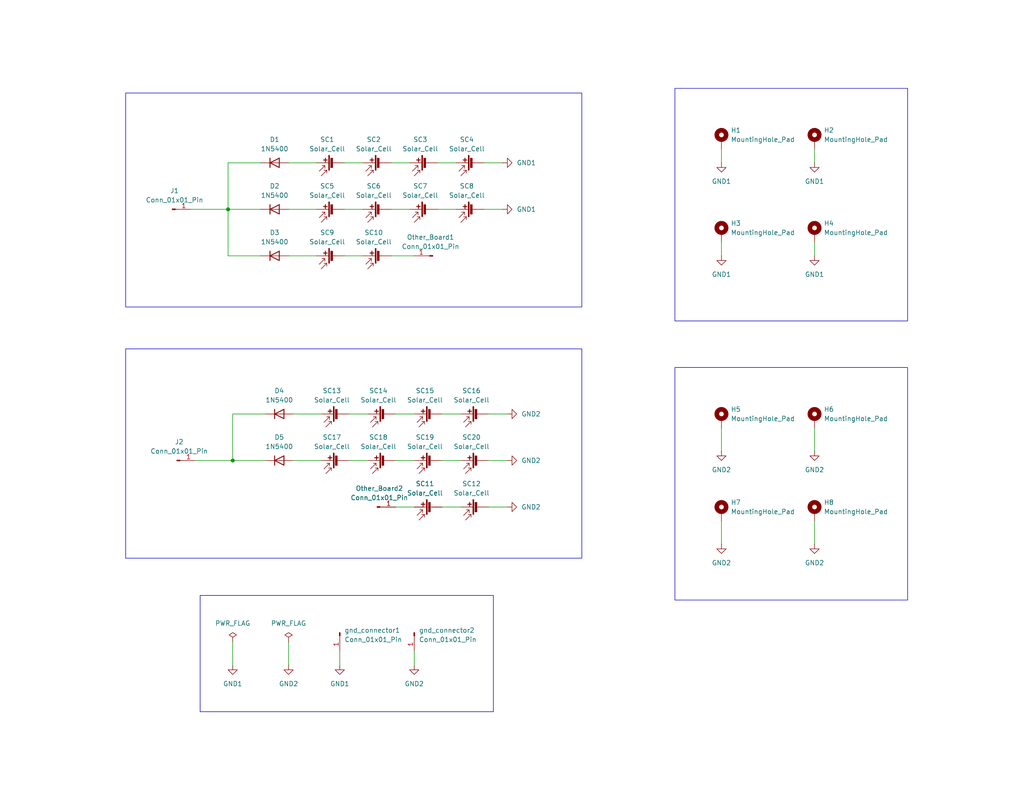
<source format=kicad_sch>
(kicad_sch (version 20250114) (generator "eeschema") (generator_version "9.0")
  (paper "A")
  (lib_symbols
    (symbol "Connector:Conn_01x01_Pin" (pin_names (offset 1.016) (hide yes))
      (property "Reference" "J" (at 0 2.54 0))
      (property "Value" "Conn_01x01_Pin" (at 0 -2.54 0))
      (symbol "Conn_01x01_Pin_1_1"
        (rectangle (start 0.8636 0.127) (end 0 -0.127) (stroke (width 0.1524)) (fill (type outline)))
        (polyline (pts (xy 1.27 0) (xy 0.8636 0)) (stroke (width 0.1524)))
        (pin passive line (at 5.08 0 180) (length 3.81) (name "Pin_1") (number "1"))
      )
    )
    (symbol "Device:IXOLAR" (pin_numbers (hide yes)) (pin_names (offset 0) (hide yes))
      (property "Reference" "SC" (at 2.54 2.54 0))
      (property "Value" "Solar_Cell" (at 2.54 0 0))
      (symbol "IXOLAR_0_1"
        (polyline (pts (xy -2.032 3.048) (xy -2.032 2.286) (xy -2.794 2.286)))
        (polyline (pts (xy -2.032 2.286) (xy -3.556 3.81)))
        (rectangle (start -2.032 1.778) (end 2.032 1.524) (fill (type outline)))
        (rectangle (start -1.3208 1.1938) (end 1.27 0.6858) (fill (type outline)))
        (polyline (pts (xy -0.762 3.556) (xy -0.762 2.794) (xy -1.524 2.794)))
        (polyline (pts (xy -0.762 2.794) (xy -2.286 4.318)))
        (polyline (pts (xy 0 1.778) (xy 0 2.54)))
        (polyline (pts (xy 0 0.762) (xy 0 0)))
        (polyline (pts (xy 0.254 2.667) (xy 1.27 2.667)) (stroke (width 0.254)))
        (polyline (pts (xy 0.762 3.175) (xy 0.762 2.159)) (stroke (width 0.254)))
      )
      (symbol "IXOLAR_1_1"
        (pin passive line (at 0 5.08 270) (length 2.54) (name "+") (number "1"))
        (pin passive line (at 0 -2.54 90) (length 2.54) (name "-") (number "2"))
      )
    )
    (symbol "Diode:1N5400" (pin_numbers (hide yes)) (pin_names (hide yes))
      (property "Reference" "D" (at 0 2.54 0))
      (property "Value" "1N5400" (at 0 -2.54 0))
      (symbol "1N5400_0_1"
        (polyline (pts (xy -1.27 1.27) (xy -1.27 -1.27)) (stroke (width 0.254)))
        (polyline (pts (xy 1.27 1.27) (xy 1.27 -1.27) (xy -1.27 0) (xy 1.27 1.27)) (stroke (width 0.254)))
        (polyline (pts (xy 1.27 0) (xy -1.27 0)))
      )
      (symbol "1N5400_1_1"
        (pin passive line (at -3.81 0 0) (length 2.54) (name "K") (number "1"))
        (pin passive line (at 3.81 0 180) (length 2.54) (name "A") (number "2"))
      )
    )
    (symbol "Mechanical:MountingHole_Pad" (pin_numbers (hide yes)) (pin_names (offset 1.016) (hide yes)) (in_bom no)
      (property "Reference" "H" (at 0 6.35 0))
      (property "Value" "MountingHole_Pad" (at 0 4.445 0))
      (symbol "MountingHole_Pad_0_1"
        (circle (center 0 1.27) (radius 1.27) (stroke (width 1.27)))
      )
      (symbol "MountingHole_Pad_1_1"
        (pin input line (at 0 -2.54 90) (length 2.54) (name "1") (number "1"))
      )
    )
    (symbol "power:GND1" (power) (pin_numbers (hide yes)) (pin_names (offset 0) (hide yes))
      (property "Value" "GND1" (at 0 -3.81 0))
      (symbol "GND1_0_1"
        (polyline (pts (xy 0 0) (xy 0 -1.27) (xy 1.27 -1.27) (xy 0 -2.54) (xy -1.27 -1.27) (xy 0 -1.27)))
      )
      (symbol "GND1_1_1"
        (pin power_in line (at 0 0 270) (length 0) (name "~") (number "1"))
      )
    )
    (symbol "power:GND2" (power) (pin_numbers (hide yes)) (pin_names (offset 0) (hide yes))
      (property "Value" "GND2" (at 0 -3.81 0))
      (symbol "GND2_0_1"
        (polyline (pts (xy 0 0) (xy 0 -1.27) (xy 1.27 -1.27) (xy 0 -2.54) (xy -1.27 -1.27) (xy 0 -1.27)))
      )
      (symbol "GND2_1_1"
        (pin power_in line (at 0 0 270) (length 0) (name "~") (number "1"))
      )
    )
    (symbol "power:PWR_FLAG" (power) (pin_numbers (hide yes)) (pin_names (offset 0) (hide yes))
      (property "Value" "PWR_FLAG" (at 0 3.81 0))
      (symbol "PWR_FLAG_0_0"
        (pin power_out line (at 0 0 90) (length 0) (name "~") (number "1"))
      )
      (symbol "PWR_FLAG_0_1"
        (polyline (pts (xy 0 0) (xy 0 1.27) (xy -1.016 1.905) (xy 0 2.54) (xy 1.016 1.905) (xy 0 1.27)))
      )
    )
  )
  (rectangle (start 34.29 25.4) (end 158.75 83.82))
  (rectangle (start 54.61 162.56) (end 134.62 194.31))
  (rectangle (start 184.15 100.33) (end 247.65 163.83))
  (rectangle (start 34.29 95.25) (end 158.75 152.4))
  (rectangle (start 184.15 24.13) (end 247.65 87.63))
  (junction (at 63.5 125.73))
  (junction (at 62.23 57.15))
  (wire (pts (xy 106.68 44.45) (xy 111.76 44.45)))
  (wire (pts (xy 222.25 142.24) (xy 222.25 148.59)))
  (wire (pts (xy 196.85 66.04) (xy 196.85 69.85)))
  (wire (pts (xy 196.85 40.64) (xy 196.85 44.45)))
  (wire (pts (xy 133.35 138.43) (xy 138.43 138.43)))
  (wire (pts (xy 93.98 57.15) (xy 99.06 57.15)))
  (wire (pts (xy 78.74 175.26) (xy 78.74 181.61)))
  (wire (pts (xy 62.23 69.85) (xy 71.12 69.85)))
  (wire (pts (xy 63.5 125.73) (xy 72.39 125.73)))
  (wire (pts (xy 95.25 113.03) (xy 100.33 113.03)))
  (wire (pts (xy 78.74 57.15) (xy 86.36 57.15)))
  (wire (pts (xy 86.36 44.45) (xy 78.74 44.45)))
  (wire (pts (xy 87.63 113.03) (xy 80.01 113.03)))
  (wire (pts (xy 133.35 125.73) (xy 138.43 125.73)))
  (wire (pts (xy 62.23 44.45) (xy 62.23 57.15)))
  (wire (pts (xy 63.5 113.03) (xy 63.5 125.73)))
  (wire (pts (xy 62.23 57.15) (xy 62.23 69.85)))
  (wire (pts (xy 52.07 57.15) (xy 62.23 57.15)))
  (wire (pts (xy 132.08 57.15) (xy 137.16 57.15)))
  (wire (pts (xy 95.25 125.73) (xy 100.33 125.73)))
  (wire (pts (xy 222.25 40.64) (xy 222.25 44.45)))
  (wire (pts (xy 120.65 125.73) (xy 125.73 125.73)))
  (wire (pts (xy 120.65 138.43) (xy 125.73 138.43)))
  (wire (pts (xy 196.85 142.24) (xy 196.85 148.59)))
  (wire (pts (xy 107.95 113.03) (xy 113.03 113.03)))
  (wire (pts (xy 62.23 57.15) (xy 71.12 57.15)))
  (wire (pts (xy 222.25 66.04) (xy 222.25 69.85)))
  (wire (pts (xy 107.95 138.43) (xy 113.03 138.43)))
  (wire (pts (xy 196.85 116.84) (xy 196.85 123.19)))
  (wire (pts (xy 80.01 125.73) (xy 87.63 125.73)))
  (wire (pts (xy 120.65 113.03) (xy 125.73 113.03)))
  (wire (pts (xy 106.68 57.15) (xy 111.76 57.15)))
  (wire (pts (xy 132.08 44.45) (xy 137.16 44.45)))
  (wire (pts (xy 78.74 69.85) (xy 86.36 69.85)))
  (wire (pts (xy 92.71 177.8) (xy 92.71 181.61)))
  (wire (pts (xy 119.38 44.45) (xy 124.46 44.45)))
  (wire (pts (xy 72.39 113.03) (xy 63.5 113.03)))
  (wire (pts (xy 63.5 175.26) (xy 63.5 181.61)))
  (wire (pts (xy 113.03 177.8) (xy 113.03 181.61)))
  (wire (pts (xy 222.25 116.84) (xy 222.25 123.19)))
  (wire (pts (xy 93.98 44.45) (xy 99.06 44.45)))
  (wire (pts (xy 106.68 69.85) (xy 113.03 69.85)))
  (wire (pts (xy 93.98 69.85) (xy 99.06 69.85)))
  (wire (pts (xy 133.35 113.03) (xy 138.43 113.03)))
  (wire (pts (xy 107.95 125.73) (xy 113.03 125.73)))
  (wire (pts (xy 119.38 57.15) (xy 124.46 57.15)))
  (wire (pts (xy 71.12 44.45) (xy 62.23 44.45)))
  (wire (pts (xy 53.34 125.73) (xy 63.5 125.73)))
  (symbol (lib_id "power:GND2") (at 113.03 181.61 0) (unit 1)
    (property "Reference" "#PWR010" (effects (hide yes)))
    (property "Value" "GND2" (at 113.03 186.69 0))
    (property "Description" "Power symbol creates a global label with name \"GND2\" , ground" (effects (hide yes)))
  )
  (symbol (lib_id "Device:IXOLAR") (at 130.81 138.43 90) (unit 1)
    (property "Reference" "SC12" (at 128.651 132.08 90))
    (property "Value" "Solar_Cell" (at 128.651 134.62 90))
    (property "Footprint" "solar_cells:XOLAR_SM401K08TF" (effects (hide yes)))
    (property "Datasheet" "kicad-embed://SM401K08TF DATA SHEET 202105.pdf" (effects (hide yes)))
    (property "Description" "Single solar cell" (effects (hide yes)))
  )
  (symbol (lib_id "power:GND1") (at 222.25 69.85 0) (unit 1)
    (property "Reference" "#PWR013" (effects (hide yes)))
    (property "Value" "GND1" (at 222.25 74.93 0))
    (property "Description" "Power symbol creates a global label with name \"GND1\" , ground" (effects (hide yes)))
  )
  (symbol (lib_id "power:GND1") (at 137.16 57.15 90) (unit 1)
    (property "Reference" "#PWR03" (effects (hide yes)))
    (property "Value" "GND1" (at 140.97 57.1499 90) (effects (justify right)))
    (property "Description" "Power symbol creates a global label with name \"GND1\" , ground" (effects (hide yes)))
  )
  (symbol (lib_id "Device:IXOLAR") (at 104.14 69.85 90) (unit 1)
    (property "Reference" "SC10" (at 101.981 63.5 90))
    (property "Value" "Solar_Cell" (at 101.981 66.04 90))
    (property "Footprint" "solar_cells:XOLAR_SM401K08TF" (effects (hide yes)))
    (property "Datasheet" "kicad-embed://SM401K08TF DATA SHEET 202105.pdf" (effects (hide yes)))
    (property "Description" "Single solar cell" (effects (hide yes)))
  )
  (symbol (lib_id "power:GND2") (at 196.85 148.59 0) (unit 1)
    (property "Reference" "#PWR016" (effects (hide yes)))
    (property "Value" "GND2" (at 196.85 153.67 0))
    (property "Description" "Power symbol creates a global label with name \"GND2\" , ground" (effects (hide yes)))
  )
  (symbol (lib_id "Device:IXOLAR") (at 104.14 57.15 90) (unit 1)
    (property "Reference" "SC6" (at 101.981 50.8 90))
    (property "Value" "Solar_Cell" (at 101.981 53.34 90))
    (property "Footprint" "solar_cells:XOLAR_SM401K08TF" (effects (hide yes)))
    (property "Datasheet" "kicad-embed://SM401K08TF DATA SHEET 202105.pdf" (effects (hide yes)))
    (property "Description" "Single solar cell" (effects (hide yes)))
  )
  (symbol (lib_id "Device:IXOLAR") (at 91.44 69.85 90) (unit 1)
    (property "Reference" "SC9" (at 89.281 63.5 90))
    (property "Value" "Solar_Cell" (at 89.281 66.04 90))
    (property "Footprint" "solar_cells:XOLAR_SM401K08TF" (effects (hide yes)))
    (property "Datasheet" "kicad-embed://SM401K08TF DATA SHEET 202105.pdf" (effects (hide yes)))
    (property "Description" "Single solar cell" (effects (hide yes)))
  )
  (symbol (lib_id "Mechanical:MountingHole_Pad") (at 222.25 63.5 0) (unit 1) (in_bom no)
    (property "Reference" "H4" (at 224.79 60.9599 0) (effects (justify left)))
    (property "Value" "MountingHole_Pad" (at 224.79 63.4999 0) (effects (justify left)))
    (property "Footprint" "MountingHole:MountingHole_3.2mm_M3_DIN965_Pad" (effects (hide yes)))
    (property "Description" "Mounting Hole with connection" (effects (hide yes)))
  )
  (symbol (lib_id "power:GND2") (at 222.25 123.19 0) (unit 1)
    (property "Reference" "#PWR015" (effects (hide yes)))
    (property "Value" "GND2" (at 222.25 128.27 0))
    (property "Description" "Power symbol creates a global label with name \"GND2\" , ground" (effects (hide yes)))
  )
  (symbol (lib_id "Device:IXOLAR") (at 92.71 113.03 90) (unit 1)
    (property "Reference" "SC13" (at 90.551 106.68 90))
    (property "Value" "Solar_Cell" (at 90.551 109.22 90))
    (property "Footprint" "solar_cells:XOLAR_SM401K08TF" (effects (hide yes)))
    (property "Datasheet" "kicad-embed://SM401K08TF DATA SHEET 202105.pdf" (effects (hide yes)))
    (property "Description" "Single solar cell" (effects (hide yes)))
  )
  (symbol (lib_id "Connector:Conn_01x01_Pin") (at 46.99 57.15 0) (unit 1)
    (property "Reference" "J1" (at 47.625 52.07 0))
    (property "Value" "Conn_01x01_Pin" (at 47.625 54.61 0))
    (property "Footprint" "Connector_Wire:SolderWirePad_1x01_SMD_5x10mm" (effects (hide yes)))
    (property "Description" "Generic connector, single row, 01x01, script generated" (effects (hide yes)))
  )
  (symbol (lib_id "Mechanical:MountingHole_Pad") (at 222.25 114.3 0) (unit 1) (in_bom no)
    (property "Reference" "H6" (at 224.79 111.7599 0) (effects (justify left)))
    (property "Value" "MountingHole_Pad" (at 224.79 114.2999 0) (effects (justify left)))
    (property "Footprint" "MountingHole:MountingHole_3.2mm_M3_DIN965_Pad" (effects (hide yes)))
    (property "Description" "Mounting Hole with connection" (effects (hide yes)))
  )
  (symbol (lib_id "Device:IXOLAR") (at 129.54 57.15 90) (unit 1)
    (property "Reference" "SC8" (at 127.381 50.8 90))
    (property "Value" "Solar_Cell" (at 127.381 53.34 90))
    (property "Footprint" "solar_cells:XOLAR_SM401K08TF" (effects (hide yes)))
    (property "Datasheet" "kicad-embed://SM401K08TF DATA SHEET 202105.pdf" (effects (hide yes)))
    (property "Description" "Single solar cell" (effects (hide yes)))
  )
  (symbol (lib_id "Device:IXOLAR") (at 118.11 113.03 90) (unit 1)
    (property "Reference" "SC15" (at 115.951 106.68 90))
    (property "Value" "Solar_Cell" (at 115.951 109.22 90))
    (property "Footprint" "solar_cells:XOLAR_SM401K08TF" (effects (hide yes)))
    (property "Datasheet" "kicad-embed://SM401K08TF DATA SHEET 202105.pdf" (effects (hide yes)))
    (property "Description" "Single solar cell" (effects (hide yes)))
  )
  (symbol (lib_id "Device:IXOLAR") (at 105.41 113.03 90) (unit 1)
    (property "Reference" "SC14" (at 103.251 106.68 90))
    (property "Value" "Solar_Cell" (at 103.251 109.22 90))
    (property "Footprint" "solar_cells:XOLAR_SM401K08TF" (effects (hide yes)))
    (property "Datasheet" "kicad-embed://SM401K08TF DATA SHEET 202105.pdf" (effects (hide yes)))
    (property "Description" "Single solar cell" (effects (hide yes)))
  )
  (symbol (lib_id "Diode:1N5400") (at 76.2 113.03 0) (unit 1)
    (property "Reference" "D4" (at 76.2 106.68 0))
    (property "Value" "1N5400" (at 76.2 109.22 0))
    (property "Footprint" "Diode_THT:D_DO-201AD_P15.24mm_Horizontal" (effects (hide yes)))
    (property "Datasheet" "http://www.vishay.com/docs/88516/1n5400.pdf" (effects (hide yes)))
    (property "Description" "50V 3A General Purpose Rectifier Diode, DO-201AD" (effects (hide yes)))
    (property "Sim.Device" "D" (effects (hide yes)))
    (property "Sim.Pins" "1=K 2=A" (effects (hide yes)))
  )
  (symbol (lib_id "Device:IXOLAR") (at 129.54 44.45 90) (unit 1)
    (property "Reference" "SC4" (at 127.381 38.1 90))
    (property "Value" "Solar_Cell" (at 127.381 40.64 90))
    (property "Footprint" "solar_cells:XOLAR_SM401K08TF" (effects (hide yes)))
    (property "Datasheet" "kicad-embed://SM401K08TF DATA SHEET 202105.pdf" (effects (hide yes)))
    (property "Description" "Single solar cell" (effects (hide yes)))
  )
  (symbol (lib_id "Mechanical:MountingHole_Pad") (at 222.25 38.1 0) (unit 1) (in_bom no)
    (property "Reference" "H2" (at 224.79 35.5599 0) (effects (justify left)))
    (property "Value" "MountingHole_Pad" (at 224.79 38.0999 0) (effects (justify left)))
    (property "Footprint" "MountingHole:MountingHole_3.2mm_M3_DIN965_Pad" (effects (hide yes)))
    (property "Description" "Mounting Hole with connection" (effects (hide yes)))
  )
  (symbol (lib_id "power:GND1") (at 222.25 44.45 0) (unit 1)
    (property "Reference" "#PWR011" (effects (hide yes)))
    (property "Value" "GND1" (at 222.25 49.53 0))
    (property "Description" "Power symbol creates a global label with name \"GND1\" , ground" (effects (hide yes)))
  )
  (symbol (lib_id "Mechanical:MountingHole_Pad") (at 196.85 139.7 0) (unit 1) (in_bom no)
    (property "Reference" "H7" (at 199.39 137.1599 0) (effects (justify left)))
    (property "Value" "MountingHole_Pad" (at 199.39 139.6999 0) (effects (justify left)))
    (property "Footprint" "MountingHole:MountingHole_3.2mm_M3_DIN965_Pad" (effects (hide yes)))
    (property "Description" "Mounting Hole with connection" (effects (hide yes)))
  )
  (symbol (lib_id "power:GND1") (at 137.16 44.45 90) (unit 1)
    (property "Reference" "#PWR02" (effects (hide yes)))
    (property "Value" "GND1" (at 140.97 44.4499 90) (effects (justify right)))
    (property "Description" "Power symbol creates a global label with name \"GND1\" , ground" (effects (hide yes)))
  )
  (symbol (lib_id "Device:IXOLAR") (at 91.44 44.45 90) (unit 1)
    (property "Reference" "SC1" (at 89.281 38.1 90))
    (property "Value" "Solar_Cell" (at 89.281 40.64 90))
    (property "Footprint" "solar_cells:XOLAR_SM401K08TF" (effects (hide yes)))
    (property "Datasheet" "kicad-embed://SM401K08TF DATA SHEET 202105.pdf" (effects (hide yes)))
    (property "Description" "Single solar cell" (effects (hide yes)))
  )
  (symbol (lib_id "Device:IXOLAR") (at 116.84 44.45 90) (unit 1)
    (property "Reference" "SC3" (at 114.681 38.1 90))
    (property "Value" "Solar_Cell" (at 114.681 40.64 90))
    (property "Footprint" "solar_cells:XOLAR_SM401K08TF" (effects (hide yes)))
    (property "Datasheet" "kicad-embed://SM401K08TF DATA SHEET 202105.pdf" (effects (hide yes)))
    (property "Description" "Single solar cell" (effects (hide yes)))
  )
  (symbol (lib_id "Connector:Conn_01x01_Pin") (at 102.87 138.43 0) (unit 1)
    (property "Reference" "Other_Board2" (at 103.505 133.35 0))
    (property "Value" "Conn_01x01_Pin" (at 103.505 135.89 0))
    (property "Footprint" "Connector_Wire:SolderWirePad_1x01_SMD_5x10mm" (effects (hide yes)))
    (property "Description" "Generic connector, single row, 01x01, script generated" (effects (hide yes)))
  )
  (symbol (lib_id "power:GND1") (at 63.5 181.61 0) (unit 1)
    (property "Reference" "#PWR01" (effects (hide yes)))
    (property "Value" "GND1" (at 63.5 186.69 0))
    (property "Description" "Power symbol creates a global label with name \"GND1\" , ground" (effects (hide yes)))
  )
  (symbol (lib_id "power:GND2") (at 138.43 125.73 90) (unit 1)
    (property "Reference" "#PWR05" (effects (hide yes)))
    (property "Value" "GND2" (at 142.24 125.7299 90) (effects (justify right)))
    (property "Description" "Power symbol creates a global label with name \"GND2\" , ground" (effects (hide yes)))
  )
  (symbol (lib_id "Mechanical:MountingHole_Pad") (at 222.25 139.7 0) (unit 1) (in_bom no)
    (property "Reference" "H8" (at 224.79 137.1599 0) (effects (justify left)))
    (property "Value" "MountingHole_Pad" (at 224.79 139.6999 0) (effects (justify left)))
    (property "Footprint" "MountingHole:MountingHole_3.2mm_M3_DIN965_Pad" (effects (hide yes)))
    (property "Description" "Mounting Hole with connection" (effects (hide yes)))
  )
  (symbol (lib_id "Device:IXOLAR") (at 92.71 125.73 90) (unit 1)
    (property "Reference" "SC17" (at 90.551 119.38 90))
    (property "Value" "Solar_Cell" (at 90.551 121.92 90))
    (property "Footprint" "solar_cells:XOLAR_SM401K08TF" (effects (hide yes)))
    (property "Datasheet" "kicad-embed://SM401K08TF DATA SHEET 202105.pdf" (effects (hide yes)))
    (property "Description" "Single solar cell" (effects (hide yes)))
  )
  (symbol (lib_id "Connector:Conn_01x01_Pin") (at 92.71 172.72 270) (unit 1)
    (property "Reference" "gnd_connector1" (at 93.98 172.0849 90) (effects (justify left)))
    (property "Value" "Conn_01x01_Pin" (at 93.98 174.6249 90) (effects (justify left)))
    (property "Footprint" "Connector_Wire:SolderWirePad_1x01_SMD_5x10mm" (effects (hide yes)))
    (property "Description" "Generic connector, single row, 01x01, script generated" (effects (hide yes)))
  )
  (symbol (lib_id "Diode:1N5400") (at 76.2 125.73 0) (unit 1)
    (property "Reference" "D5" (at 76.2 119.38 0))
    (property "Value" "1N5400" (at 76.2 121.92 0))
    (property "Footprint" "Diode_THT:D_DO-201AD_P15.24mm_Horizontal" (effects (hide yes)))
    (property "Datasheet" "http://www.vishay.com/docs/88516/1n5400.pdf" (effects (hide yes)))
    (property "Description" "50V 3A General Purpose Rectifier Diode, DO-201AD" (effects (hide yes)))
    (property "Sim.Device" "D" (effects (hide yes)))
    (property "Sim.Pins" "1=K 2=A" (effects (hide yes)))
  )
  (symbol (lib_id "Diode:1N5400") (at 74.93 44.45 0) (unit 1)
    (property "Reference" "D1" (at 74.93 38.1 0))
    (property "Value" "1N5400" (at 74.93 40.64 0))
    (property "Footprint" "Diode_THT:D_DO-201AD_P15.24mm_Horizontal" (effects (hide yes)))
    (property "Datasheet" "http://www.vishay.com/docs/88516/1n5400.pdf" (effects (hide yes)))
    (property "Description" "50V 3A General Purpose Rectifier Diode, DO-201AD" (effects (hide yes)))
    (property "Sim.Device" "D" (effects (hide yes)))
    (property "Sim.Pins" "1=K 2=A" (effects (hide yes)))
  )
  (symbol (lib_id "Mechanical:MountingHole_Pad") (at 196.85 114.3 0) (unit 1) (in_bom no)
    (property "Reference" "H5" (at 199.39 111.7599 0) (effects (justify left)))
    (property "Value" "MountingHole_Pad" (at 199.39 114.2999 0) (effects (justify left)))
    (property "Footprint" "MountingHole:MountingHole_3.2mm_M3_DIN965_Pad" (effects (hide yes)))
    (property "Description" "Mounting Hole with connection" (effects (hide yes)))
  )
  (symbol (lib_id "power:GND2") (at 196.85 123.19 0) (unit 1)
    (property "Reference" "#PWR014" (effects (hide yes)))
    (property "Value" "GND2" (at 196.85 128.27 0))
    (property "Description" "Power symbol creates a global label with name \"GND2\" , ground" (effects (hide yes)))
  )
  (symbol (lib_id "Device:IXOLAR") (at 118.11 138.43 90) (unit 1)
    (property "Reference" "SC11" (at 115.951 132.08 90))
    (property "Value" "Solar_Cell" (at 115.951 134.62 90))
    (property "Footprint" "solar_cells:XOLAR_SM401K08TF" (effects (hide yes)))
    (property "Datasheet" "kicad-embed://SM401K08TF DATA SHEET 202105.pdf" (effects (hide yes)))
    (property "Description" "Single solar cell" (effects (hide yes)))
  )
  (symbol (lib_id "Diode:1N5400") (at 74.93 69.85 0) (unit 1)
    (property "Reference" "D3" (at 74.93 63.5 0))
    (property "Value" "1N5400" (at 74.93 66.04 0))
    (property "Footprint" "Diode_THT:D_DO-201AD_P15.24mm_Horizontal" (effects (hide yes)))
    (property "Datasheet" "http://www.vishay.com/docs/88516/1n5400.pdf" (effects (hide yes)))
    (property "Description" "50V 3A General Purpose Rectifier Diode, DO-201AD" (effects (hide yes)))
    (property "Sim.Device" "D" (effects (hide yes)))
    (property "Sim.Pins" "1=K 2=A" (effects (hide yes)))
  )
  (symbol (lib_id "power:GND1") (at 92.71 181.61 0) (unit 1)
    (property "Reference" "#PWR09" (effects (hide yes)))
    (property "Value" "GND1" (at 92.71 186.69 0))
    (property "Description" "Power symbol creates a global label with name \"GND1\" , ground" (effects (hide yes)))
  )
  (symbol (lib_id "power:PWR_FLAG") (at 63.5 175.26 0) (unit 1)
    (property "Reference" "#FLG01" (effects (hide yes)))
    (property "Value" "PWR_FLAG" (at 63.5 170.18 0))
    (property "Description" "Special symbol for telling ERC where power comes from" (effects (hide yes)))
  )
  (symbol (lib_id "Connector:Conn_01x01_Pin") (at 118.11 69.85 180) (unit 1)
    (property "Reference" "Other_Board1" (at 117.475 64.77 0))
    (property "Value" "Conn_01x01_Pin" (at 117.475 67.31 0))
    (property "Footprint" "Connector_Wire:SolderWirePad_1x01_SMD_5x10mm" (effects (hide yes)))
    (property "Description" "Generic connector, single row, 01x01, script generated" (effects (hide yes)))
  )
  (symbol (lib_id "power:PWR_FLAG") (at 78.74 175.26 0) (unit 1)
    (property "Reference" "#FLG02" (effects (hide yes)))
    (property "Value" "PWR_FLAG" (at 78.74 170.18 0))
    (property "Description" "Special symbol for telling ERC where power comes from" (effects (hide yes)))
  )
  (symbol (lib_id "Device:IXOLAR") (at 130.81 125.73 90) (unit 1)
    (property "Reference" "SC20" (at 128.651 119.38 90))
    (property "Value" "Solar_Cell" (at 128.651 121.92 90))
    (property "Footprint" "solar_cells:XOLAR_SM401K08TF" (effects (hide yes)))
    (property "Datasheet" "kicad-embed://SM401K08TF DATA SHEET 202105.pdf" (effects (hide yes)))
    (property "Description" "Single solar cell" (effects (hide yes)))
  )
  (symbol (lib_id "power:GND2") (at 78.74 181.61 0) (unit 1)
    (property "Reference" "#PWR07" (effects (hide yes)))
    (property "Value" "GND2" (at 78.74 186.69 0))
    (property "Description" "Power symbol creates a global label with name \"GND2\" , ground" (effects (hide yes)))
  )
  (symbol (lib_id "Mechanical:MountingHole_Pad") (at 196.85 38.1 0) (unit 1) (in_bom no)
    (property "Reference" "H1" (at 199.39 35.5599 0) (effects (justify left)))
    (property "Value" "MountingHole_Pad" (at 199.39 38.0999 0) (effects (justify left)))
    (property "Footprint" "MountingHole:MountingHole_3.2mm_M3_DIN965_Pad" (effects (hide yes)))
    (property "Description" "Mounting Hole with connection" (effects (hide yes)))
  )
  (symbol (lib_id "power:GND2") (at 222.25 148.59 0) (unit 1)
    (property "Reference" "#PWR017" (effects (hide yes)))
    (property "Value" "GND2" (at 222.25 153.67 0))
    (property "Description" "Power symbol creates a global label with name \"GND2\" , ground" (effects (hide yes)))
  )
  (symbol (lib_id "Connector:Conn_01x01_Pin") (at 48.26 125.73 0) (unit 1)
    (property "Reference" "J2" (at 48.895 120.65 0))
    (property "Value" "Conn_01x01_Pin" (at 48.895 123.19 0))
    (property "Footprint" "Connector_Wire:SolderWirePad_1x01_SMD_5x10mm" (effects (hide yes)))
    (property "Description" "Generic connector, single row, 01x01, script generated" (effects (hide yes)))
  )
  (symbol (lib_id "Device:IXOLAR") (at 91.44 57.15 90) (unit 1)
    (property "Reference" "SC5" (at 89.281 50.8 90))
    (property "Value" "Solar_Cell" (at 89.281 53.34 90))
    (property "Footprint" "solar_cells:XOLAR_SM401K08TF" (effects (hide yes)))
    (property "Datasheet" "kicad-embed://SM401K08TF DATA SHEET 202105.pdf" (effects (hide yes)))
    (property "Description" "Single solar cell" (effects (hide yes)))
  )
  (symbol (lib_id "power:GND1") (at 196.85 44.45 0) (unit 1)
    (property "Reference" "#PWR08" (effects (hide yes)))
    (property "Value" "GND1" (at 196.85 49.53 0))
    (property "Description" "Power symbol creates a global label with name \"GND1\" , ground" (effects (hide yes)))
  )
  (symbol (lib_id "Connector:Conn_01x01_Pin") (at 113.03 172.72 270) (unit 1)
    (property "Reference" "gnd_connector2" (at 114.3 172.0849 90) (effects (justify left)))
    (property "Value" "Conn_01x01_Pin" (at 114.3 174.6249 90) (effects (justify left)))
    (property "Footprint" "Connector_Wire:SolderWirePad_1x01_SMD_5x10mm" (effects (hide yes)))
    (property "Description" "Generic connector, single row, 01x01, script generated" (effects (hide yes)))
  )
  (symbol (lib_id "Device:IXOLAR") (at 116.84 57.15 90) (unit 1)
    (property "Reference" "SC7" (at 114.681 50.8 90))
    (property "Value" "Solar_Cell" (at 114.681 53.34 90))
    (property "Footprint" "solar_cells:XOLAR_SM401K08TF" (effects (hide yes)))
    (property "Datasheet" "kicad-embed://SM401K08TF DATA SHEET 202105.pdf" (effects (hide yes)))
    (property "Description" "Single solar cell" (effects (hide yes)))
  )
  (symbol (lib_id "Device:IXOLAR") (at 105.41 125.73 90) (unit 1)
    (property "Reference" "SC18" (at 103.251 119.38 90))
    (property "Value" "Solar_Cell" (at 103.251 121.92 90))
    (property "Footprint" "solar_cells:XOLAR_SM401K08TF" (effects (hide yes)))
    (property "Datasheet" "kicad-embed://SM401K08TF DATA SHEET 202105.pdf" (effects (hide yes)))
    (property "Description" "Single solar cell" (effects (hide yes)))
  )
  (symbol (lib_id "Diode:1N5400") (at 74.93 57.15 0) (unit 1)
    (property "Reference" "D2" (at 74.93 50.8 0))
    (property "Value" "1N5400" (at 74.93 53.34 0))
    (property "Footprint" "Diode_THT:D_DO-201AD_P15.24mm_Horizontal" (effects (hide yes)))
    (property "Datasheet" "http://www.vishay.com/docs/88516/1n5400.pdf" (effects (hide yes)))
    (property "Description" "50V 3A General Purpose Rectifier Diode, DO-201AD" (effects (hide yes)))
    (property "Sim.Device" "D" (effects (hide yes)))
    (property "Sim.Pins" "1=K 2=A" (effects (hide yes)))
  )
  (symbol (lib_id "Device:IXOLAR") (at 118.11 125.73 90) (unit 1)
    (property "Reference" "SC19" (at 115.951 119.38 90))
    (property "Value" "Solar_Cell" (at 115.951 121.92 90))
    (property "Footprint" "solar_cells:XOLAR_SM401K08TF" (effects (hide yes)))
    (property "Datasheet" "kicad-embed://SM401K08TF DATA SHEET 202105.pdf" (effects (hide yes)))
    (property "Description" "Single solar cell" (effects (hide yes)))
  )
  (symbol (lib_id "Device:IXOLAR") (at 104.14 44.45 90) (unit 1)
    (property "Reference" "SC2" (at 101.981 38.1 90))
    (property "Value" "Solar_Cell" (at 101.981 40.64 90))
    (property "Footprint" "solar_cells:XOLAR_SM401K08TF" (effects (hide yes)))
    (property "Datasheet" "kicad-embed://SM401K08TF DATA SHEET 202105.pdf" (effects (hide yes)))
    (property "Description" "Single solar cell" (effects (hide yes)))
  )
  (symbol (lib_id "Mechanical:MountingHole_Pad") (at 196.85 63.5 0) (unit 1) (in_bom no)
    (property "Reference" "H3" (at 199.39 60.9599 0) (effects (justify left)))
    (property "Value" "MountingHole_Pad" (at 199.39 63.4999 0) (effects (justify left)))
    (property "Footprint" "MountingHole:MountingHole_3.2mm_M3_DIN965_Pad" (effects (hide yes)))
    (property "Description" "Mounting Hole with connection" (effects (hide yes)))
  )
  (symbol (lib_id "power:GND1") (at 196.85 69.85 0) (unit 1)
    (property "Reference" "#PWR012" (effects (hide yes)))
    (property "Value" "GND1" (at 196.85 74.93 0))
    (property "Description" "Power symbol creates a global label with name \"GND1\" , ground" (effects (hide yes)))
  )
  (symbol (lib_id "power:GND2") (at 138.43 138.43 90) (unit 1)
    (property "Reference" "#PWR06" (effects (hide yes)))
    (property "Value" "GND2" (at 142.24 138.4299 90) (effects (justify right)))
    (property "Description" "Power symbol creates a global label with name \"GND2\" , ground" (effects (hide yes)))
  )
  (symbol (lib_id "Device:IXOLAR") (at 130.81 113.03 90) (unit 1)
    (property "Reference" "SC16" (at 128.651 106.68 90))
    (property "Value" "Solar_Cell" (at 128.651 109.22 90))
    (property "Footprint" "solar_cells:XOLAR_SM401K08TF" (effects (hide yes)))
    (property "Datasheet" "kicad-embed://SM401K08TF DATA SHEET 202105.pdf" (effects (hide yes)))
    (property "Description" "Single solar cell" (effects (hide yes)))
  )
  (symbol (lib_id "power:GND2") (at 138.43 113.03 90) (unit 1)
    (property "Reference" "#PWR04" (effects (hide yes)))
    (property "Value" "GND2" (at 142.24 113.0299 90) (effects (justify right)))
    (property "Description" "Power symbol creates a global label with name \"GND2\" , ground" (effects (hide yes)))
  )
)
</source>
